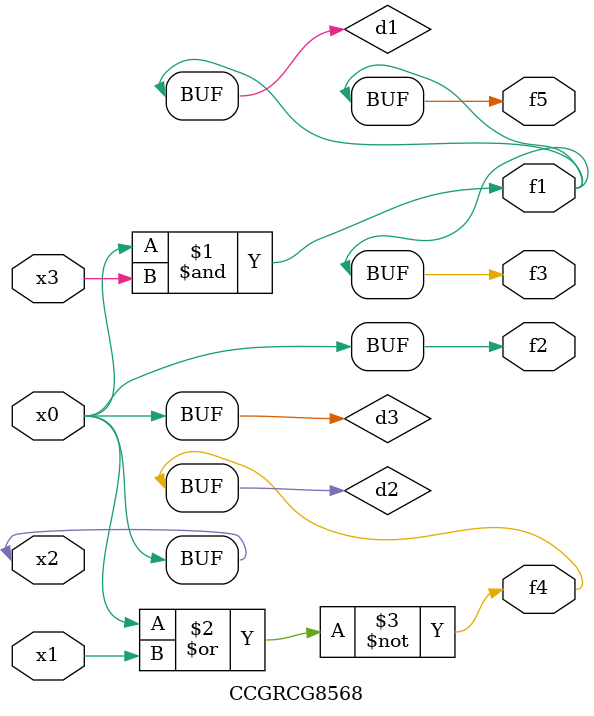
<source format=v>
module CCGRCG8568(
	input x0, x1, x2, x3,
	output f1, f2, f3, f4, f5
);

	wire d1, d2, d3;

	and (d1, x2, x3);
	nor (d2, x0, x1);
	buf (d3, x0, x2);
	assign f1 = d1;
	assign f2 = d3;
	assign f3 = d1;
	assign f4 = d2;
	assign f5 = d1;
endmodule

</source>
